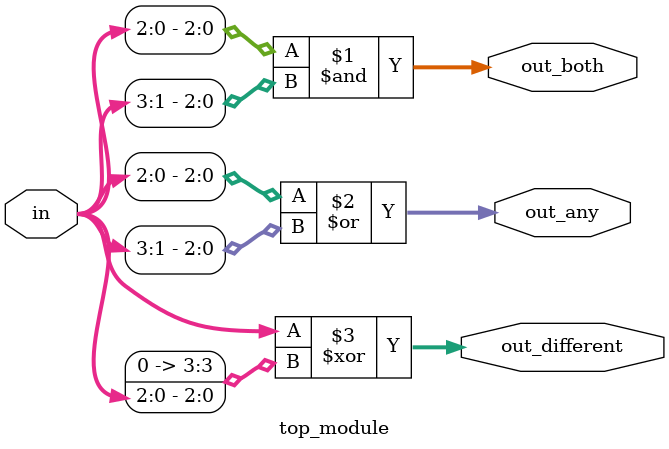
<source format=sv>
module top_module (
	input [3:0] in,
	output [2:0] out_both,
	output [3:0] out_any,
	output [3:0] out_different
);

	assign out_both = in[2:0] & in[3:1];
	assign out_any = in[2:0] | in[3:1];
	assign out_different = in ^ {in[2:1], in[0]};

endmodule

</source>
